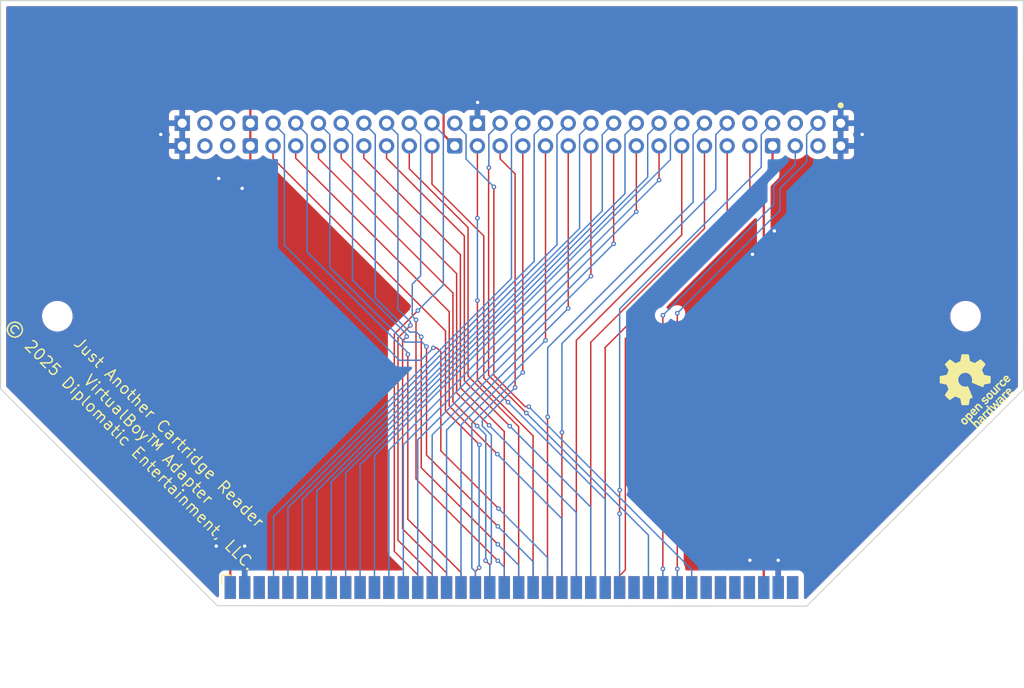
<source format=kicad_pcb>
(kicad_pcb (version 20241229) (generator "pcbnew") (generator_version "9.0")
  (title_block (title "VirutalBoy Adapter - Just Another Cartridge Reader") (date "2025-10-22") (company "Diplomatic Entertainment, LLC.") (comment 1 "CC BY 4.0"))
  (layers (0 "F.Cu" signal) (2 "B.Cu" signal) (13 "F.Paste" user) (15 "B.Paste" user) (5 "F.SilkS" user "F.Silkscreen") (7 "B.SilkS" user "B.Silkscreen") (1 "F.Mask" user) (3 "B.Mask" user) (25 "Edge.Cuts" user))
  (net 0 "")
  (net 1 "D17")
  (net 2 "D25")
  (net 3 "+5V")
  (net 4 "D8")
  (net 5 "A7")
  (net 6 "D31")
  (net 7 "GND")
  (net 8 "A9")
  (net 10 "A8")
  (net 11 "A15")
  (net 12 "D36")
  (net 13 "D44")
  (net 14 "A6")
  (net 16 "D34")
  (net 18 "A2")
  (net 19 "D26")
  (net 20 "D28")
  (net 21 "D46")
  (net 22 "D48")
  (net 24 "A14")
  (net 25 "D23")
  (net 27 "D29")
  (net 28 "D47")
  (net 29 "D9")
  (net 30 "D33")
  (net 31 "D30")
  (net 32 "D24")
  (net 33 "D32")
  (net 34 "D43")
  (net 35 "A3")
  (net 36 "A0")
  (net 37 "D7")
  (net 38 "A1")
  (net 39 "D49")
  (net 40 "D35")
  (net 41 "D6")
  (net 42 "A5")
  (net 43 "A4")
  (net 45 "D45")
  (net 46 "A10")
  (net 47 "D37")
  (net 48 "D22")
  (net 49 "D27")
  (net 50 "A11")
  (net 51 "A13")
  (net 52 "A12")
  (footprint "Nintendo:VirtualBoy 60PIN 2mm THT" (layer "F.Cu") (at 150 85 -90)
    (property "Reference" "J1" (hide yes))
    (property "Value" "VirutalBoy Cartridge Slot")
    (pad "1" thru_hole rect (at -1 -29 270) (size 1.35 1.35) (drill 0.8) (layers "*.Cu" "*.Mask") (net 7 "GND"))
    (pad "2" thru_hole rect (at 1 -29 270) (size 1.35 1.35) (drill 0.8) (layers "*.Cu" "*.Mask") (net 7 "GND"))
    (pad "3" thru_hole circle (at -1 -27 270) (size 1.35 1.35) (drill 0.8) (layers "*.Cu" "*.Mask") (net 4 "D8"))
    (pad "4" thru_hole circle (at 1 -27 270) (size 1.35 1.35) (drill 0.8) (layers "*.Cu" "*.Mask"))
    (pad "5" thru_hole circle (at -1 -25 270) (size 1.35 1.35) (drill 0.8) (layers "*.Cu" "*.Mask"))
    (pad "6" thru_hole circle (at 1 -25 270) (size 1.35 1.35) (drill 0.8) (layers "*.Cu" "*.Mask") (net 37 "D7"))
    (pad "7" thru_hole circle (at -1 -23 270) (size 1.35 1.35) (drill 0.8) (layers "*.Cu" "*.Mask") (net 1 "D17"))
    (pad "8" thru_hole roundrect (at 1 -23 270) (size 1.35 1.35) (drill 0.8) (layers "*.Cu" "*.Mask") (roundrect_rratio 0.1851851852) (net 3 "+5V"))
    (pad "9" thru_hole circle (at -1 -21 270) (size 1.35 1.35) (drill 0.8) (layers "*.Cu" "*.Mask"))
    (pad "10" thru_hole circle (at 1 -21 270) (size 1.35 1.35) (drill 0.8) (layers "*.Cu" "*.Mask") (net 34 "D43"))
    (pad "11" thru_hole circle (at -1 -19 270) (size 1.35 1.35) (drill 0.8) (layers "*.Cu" "*.Mask") (net 28 "D47"))
    (pad "12" thru_hole circle (at 1 -19 270) (size 1.35 1.35) (drill 0.8) (layers "*.Cu" "*.Mask") (net 13 "D44"))
    (pad "13" thru_hole circle (at -1 -17 270) (size 1.35 1.35) (drill 0.8) (layers "*.Cu" "*.Mask") (net 22 "D48"))
    (pad "14" thru_hole circle (at 1 -17 270) (size 1.35 1.35) (drill 0.8) (layers "*.Cu" "*.Mask") (net 45 "D45"))
    (pad "15" thru_hole circle (at -1 -15 270) (size 1.35 1.35) (drill 0.8) (layers "*.Cu" "*.Mask") (net 5 "A7"))
    (pad "16" thru_hole circle (at 1 -15 270) (size 1.35 1.35) (drill 0.8) (layers "*.Cu" "*.Mask") (net 21 "D46"))
    (pad "17" thru_hole circle (at -1 -13 270) (size 1.35 1.35) (drill 0.8) (layers "*.Cu" "*.Mask") (net 14 "A6"))
    (pad "18" thru_hole circle (at 1 -13 270) (size 1.35 1.35) (drill 0.8) (layers "*.Cu" "*.Mask") (net 10 "A8"))
    (pad "19" thru_hole circle (at -1 -11 270) (size 1.35 1.35) (drill 0.8) (layers "*.Cu" "*.Mask") (net 42 "A5"))
    (pad "20" thru_hole circle (at 1 -11 270) (size 1.35 1.35) (drill 0.8) (layers "*.Cu" "*.Mask") (net 8 "A9"))
    (pad "21" thru_hole circle (at -1 -9 270) (size 1.35 1.35) (drill 0.8) (layers "*.Cu" "*.Mask") (net 43 "A4"))
    (pad "22" thru_hole circle (at 1 -9 270) (size 1.35 1.35) (drill 0.8) (layers "*.Cu" "*.Mask") (net 46 "A10"))
    (pad "23" thru_hole circle (at -1 -7 270) (size 1.35 1.35) (drill 0.8) (layers "*.Cu" "*.Mask") (net 35 "A3"))
    (pad "24" thru_hole circle (at 1 -7 270) (size 1.35 1.35) (drill 0.8) (layers "*.Cu" "*.Mask") (net 50 "A11"))
    (pad "25" thru_hole circle (at -1 -5 270) (size 1.35 1.35) (drill 0.8) (layers "*.Cu" "*.Mask") (net 18 "A2"))
    (pad "26" thru_hole circle (at 1 -5 270) (size 1.35 1.35) (drill 0.8) (layers "*.Cu" "*.Mask") (net 52 "A12"))
    (pad "27" thru_hole circle (at -1 -3 270) (size 1.35 1.35) (drill 0.8) (layers "*.Cu" "*.Mask") (net 38 "A1"))
    (pad "28" thru_hole circle (at 1 -3 270) (size 1.35 1.35) (drill 0.8) (layers "*.Cu" "*.Mask") (net 51 "A13"))
    (pad "29" thru_hole circle (at -1 -1 270) (size 1.35 1.35) (drill 0.8) (layers "*.Cu" "*.Mask") (net 36 "A0"))
    (pad "30" thru_hole circle (at 1 -1 270) (size 1.35 1.35) (drill 0.8) (layers "*.Cu" "*.Mask") (net 24 "A14"))
    (pad "31" thru_hole circle (at -1 1 270) (size 1.35 1.35) (drill 0.8) (layers "*.Cu" "*.Mask") (net 41 "D6"))
    (pad "32" thru_hole circle (at 1 1 270) (size 1.35 1.35) (drill 0.8) (layers "*.Cu" "*.Mask") (net 11 "A15"))
    (pad "33" thru_hole rect (at -1 3 270) (size 1.35 1.35) (drill 0.8) (layers "*.Cu" "*.Mask") (net 7 "GND"))
    (pad "34" thru_hole circle (at 1 3 270) (size 1.35 1.35) (drill 0.8) (layers "*.Cu" "*.Mask") (net 39 "D49"))
    (pad "35" thru_hole circle (at -1 5 270) (size 1.35 1.35) (drill 0.8) (layers "*.Cu" "*.Mask") (net 29 "D9"))
    (pad "36" thru_hole roundrect (at 1 5 270) (size 1.35 1.35) (drill 0.8) (layers "*.Cu" "*.Mask") (roundrect_rratio 0.1851851852) (net 3 "+5V"))
    (pad "37" thru_hole circle (at -1 7 270) (size 1.35 1.35) (drill 0.8) (layers "*.Cu" "*.Mask") (net 48 "D22"))
    (pad "38" thru_hole circle (at 1 7 270) (size 1.35 1.35) (drill 0.8) (layers "*.Cu" "*.Mask") (net 31 "D30"))
    (pad "39" thru_hole circle (at -1 9 270) (size 1.35 1.35) (drill 0.8) (layers "*.Cu" "*.Mask") (net 47 "D37"))
    (pad "40" thru_hole circle (at 1 9 270) (size 1.35 1.35) (drill 0.8) (layers "*.Cu" "*.Mask") (net 27 "D29"))
    (pad "41" thru_hole circle (at -1 11 270) (size 1.35 1.35) (drill 0.8) (layers "*.Cu" "*.Mask") (net 25 "D23"))
    (pad "42" thru_hole circle (at 1 11 270) (size 1.35 1.35) (drill 0.8) (layers "*.Cu" "*.Mask") (net 6 "D31"))
    (pad "43" thru_hole circle (at -1 13 270) (size 1.35 1.35) (drill 0.8) (layers "*.Cu" "*.Mask") (net 12 "D36"))
    (pad "44" thru_hole circle (at 1 13 270) (size 1.35 1.35) (drill 0.8) (layers "*.Cu" "*.Mask") (net 20 "D28"))
    (pad "45" thru_hole circle (at -1 15 270) (size 1.35 1.35) (drill 0.8) (layers "*.Cu" "*.Mask") (net 32 "D24"))
    (pad "46" thru_hole circle (at 1 15 270) (size 1.35 1.35) (drill 0.8) (layers "*.Cu" "*.Mask") (net 33 "D32"))
    (pad "47" thru_hole circle (at -1 17 270) (size 1.35 1.35) (drill 0.8) (layers "*.Cu" "*.Mask") (net 40 "D35"))
    (pad "48" thru_hole circle (at 1 17 270) (size 1.35 1.35) (drill 0.8) (layers "*.Cu" "*.Mask") (net 49 "D27"))
    (pad "49" thru_hole circle (at -1 19 270) (size 1.35 1.35) (drill 0.8) (layers "*.Cu" "*.Mask") (net 2 "D25"))
    (pad "50" thru_hole circle (at 1 19 270) (size 1.35 1.35) (drill 0.8) (layers "*.Cu" "*.Mask") (net 30 "D33"))
    (pad "51" thru_hole circle (at -1 21 270) (size 1.35 1.35) (drill 0.8) (layers "*.Cu" "*.Mask") (net 16 "D34"))
    (pad "52" thru_hole circle (at 1 21 270) (size 1.35 1.35) (drill 0.8) (layers "*.Cu" "*.Mask") (net 19 "D26"))
    (pad "53" thru_hole roundrect (at -1 23 270) (size 1.35 1.35) (drill 0.8) (layers "*.Cu" "*.Mask") (roundrect_rratio 0.1851851852) (net 3 "+5V"))
    (pad "54" thru_hole roundrect (at 1 23 270) (size 1.35 1.35) (drill 0.8) (layers "*.Cu" "*.Mask") (roundrect_rratio 0.1851851852) (net 3 "+5V"))
    (pad "55" thru_hole circle (at -1 25 270) (size 1.35 1.35) (drill 0.8) (layers "*.Cu" "*.Mask"))
    (pad "56" thru_hole circle (at 1 25 270) (size 1.35 1.35) (drill 0.8) (layers "*.Cu" "*.Mask"))
    (pad "57" thru_hole circle (at -1 27 270) (size 1.35 1.35) (drill 0.8) (layers "*.Cu" "*.Mask"))
    (pad "58" thru_hole circle (at 1 27 270) (size 1.35 1.35) (drill 0.8) (layers "*.Cu" "*.Mask"))
    (pad "59" thru_hole rect (at -1 29 270) (size 1.35 1.35) (drill 0.8) (layers "*.Cu" "*.Mask") (net 7 "GND"))
    (pad "60" thru_hole rect (at 1 29 270) (size 1.35 1.35) (drill 0.8) (layers "*.Cu" "*.Mask") (net 7 "GND"))
  )
  (footprint "MountingHole:MountingHole_2.2mm_M2_ISO7380" (layer "F.Cu") (at 190 101)
    (property "Reference" "REF**" (hide yes))
    (property "Value" "MountingHole_2.2mm_M2_ISO7380" (hide yes))
    (pad "" np_thru_hole circle (at 0 0) (size 2.2 2.2) (drill 2.2) (layers "*.Cu" "*.Mask"))
  )
  (footprint "Symbol:OSHW-Logo_5.7x6mm_SilkScreen" (layer "F.Cu") (at 190.512884 107.151566 45)
    (property "Reference" "REF**" (hide yes))
    (property "Value" "OSHW-Logo_5.7x6mm_SilkScreen" (hide yes))
  )
  (footprint "DiplomaticEntertainment:JACR Cartridge Connector" (layer "F.Cu") (at 150 122.9)
    (property "Reference" "J2" (hide yes))
    (property "Value" "JACR CARTRIDGE ADAPTER")
    (pad "1" smd rect (at -24.765 2 90) (size 2 1) (layers "F.Cu" "F.Mask" "F.Paste") (net 3 "+5V"))
    (pad "2" smd rect (at -24.765 2 90) (size 2 1) (layers "B.Cu" "B.Mask" "B.Paste") (net 3 "+5V"))
    (pad "3" smd rect (at -23.495 2 90) (size 2 1) (layers "F.Cu" "F.Mask" "F.Paste") (net 7 "GND"))
    (pad "4" smd rect (at -23.495 2 90) (size 2 1) (layers "B.Cu" "B.Mask" "B.Paste") (net 7 "GND"))
    (pad "5" smd rect (at -22.225 2 90) (size 2 1) (layers "F.Cu" "F.Mask" "F.Paste"))
    (pad "6" smd rect (at -22.225 2 90) (size 2 1) (layers "B.Cu" "B.Mask" "B.Paste"))
    (pad "7" smd rect (at -20.955 2 90) (size 2 1) (layers "F.Cu" "F.Mask" "F.Paste"))
    (pad "8" smd rect (at -20.955 2 90) (size 2 1) (layers "B.Cu" "B.Mask" "B.Paste") (net 36 "A0"))
    (pad "9" smd rect (at -19.685 2 90) (size 2 1) (layers "F.Cu" "F.Mask" "F.Paste"))
    (pad "10" smd rect (at -19.685 2 90) (size 2 1) (layers "B.Cu" "B.Mask" "B.Paste") (net 38 "A1"))
    (pad "11" smd rect (at -18.415 2 90) (size 2 1) (layers "F.Cu" "F.Mask" "F.Paste"))
    (pad "12" smd rect (at -18.415 2 90) (size 2 1) (layers "B.Cu" "B.Mask" "B.Paste") (net 18 "A2"))
    (pad "13" smd rect (at -17.145 2 90) (size 2 1) (layers "F.Cu" "F.Mask" "F.Paste"))
    (pad "14" smd rect (at -17.145 2 90) (size 2 1) (layers "B.Cu" "B.Mask" "B.Paste") (net 35 "A3"))
    (pad "15" smd rect (at -15.875 2 90) (size 2 1) (layers "F.Cu" "F.Mask" "F.Paste"))
    (pad "16" smd rect (at -15.875 2 90) (size 2 1) (layers "B.Cu" "B.Mask" "B.Paste") (net 43 "A4"))
    (pad "17" smd rect (at -14.605 2 90) (size 2 1) (layers "F.Cu" "F.Mask" "F.Paste"))
    (pad "18" smd rect (at -14.605 2 90) (size 2 1) (layers "B.Cu" "B.Mask" "B.Paste") (net 42 "A5"))
    (pad "19" smd rect (at -13.335 2 90) (size 2 1) (layers "F.Cu" "F.Mask" "F.Paste"))
    (pad "20" smd rect (at -13.335 2 90) (size 2 1) (layers "B.Cu" "B.Mask" "B.Paste") (net 14 "A6"))
    (pad "21" smd rect (at -12.065 2 90) (size 2 1) (layers "F.Cu" "F.Mask" "F.Paste"))
    (pad "22" smd rect (at -12.065 2 90) (size 2 1) (layers "B.Cu" "B.Mask" "B.Paste") (net 5 "A7"))
    (pad "23" smd rect (at -10.795 2 90) (size 2 1) (layers "F.Cu" "F.Mask" "F.Paste"))
    (pad "24" smd rect (at -10.795 2 90) (size 2 1) (layers "B.Cu" "B.Mask" "B.Paste") (net 10 "A8"))
    (pad "25" smd rect (at -9.525 2 90) (size 2 1) (layers "F.Cu" "F.Mask" "F.Paste"))
    (pad "26" smd rect (at -9.525 2 90) (size 2 1) (layers "B.Cu" "B.Mask" "B.Paste") (net 8 "A9"))
    (pad "27" smd rect (at -8.255 2 90) (size 2 1) (layers "F.Cu" "F.Mask" "F.Paste") (net 48 "D22"))
    (pad "28" smd rect (at -8.255 2 90) (size 2 1) (layers "B.Cu" "B.Mask" "B.Paste") (net 46 "A10"))
    (pad "29" smd rect (at -6.985 2 90) (size 2 1) (layers "F.Cu" "F.Mask" "F.Paste") (net 25 "D23"))
    (pad "30" smd rect (at -6.985 2 90) (size 2 1) (layers "B.Cu" "B.Mask" "B.Paste") (net 50 "A11"))
    (pad "31" smd rect (at -5.715 2 90) (size 2 1) (layers "F.Cu" "F.Mask" "F.Paste") (net 32 "D24"))
    (pad "32" smd rect (at -5.715 2 90) (size 2 1) (layers "B.Cu" "B.Mask" "B.Paste") (net 52 "A12"))
    (pad "33" smd rect (at -4.445 2 90) (size 2 1) (layers "F.Cu" "F.Mask" "F.Paste") (net 2 "D25"))
    (pad "34" smd rect (at -4.445 2 90) (size 2 1) (layers "B.Cu" "B.Mask" "B.Paste") (net 51 "A13"))
    (pad "35" smd rect (at -3.175 2 90) (size 2 1) (layers "F.Cu" "F.Mask" "F.Paste") (net 19 "D26"))
    (pad "36" smd rect (at -3.175 2 90) (size 2 1) (layers "B.Cu" "B.Mask" "B.Paste") (net 24 "A14"))
    (pad "37" smd rect (at -1.905 2 90) (size 2 1) (layers "F.Cu" "F.Mask" "F.Paste") (net 49 "D27"))
    (pad "38" smd rect (at -1.905 2 90) (size 2 1) (layers "B.Cu" "B.Mask" "B.Paste") (net 11 "A15"))
    (pad "39" smd rect (at -0.635 2 90) (size 2 1) (layers "F.Cu" "F.Mask" "F.Paste") (net 20 "D28"))
    (pad "40" smd rect (at -0.635 2 90) (size 2 1) (layers "B.Cu" "B.Mask" "B.Paste") (net 47 "D37"))
    (pad "41" smd rect (at 0.635 2 90) (size 2 1) (layers "F.Cu" "F.Mask" "F.Paste") (net 27 "D29"))
    (pad "42" smd rect (at 0.635 2 90) (size 2 1) (layers "B.Cu" "B.Mask" "B.Paste") (net 12 "D36"))
    (pad "43" smd rect (at 1.905 2 90) (size 2 1) (layers "F.Cu" "F.Mask" "F.Paste") (net 39 "D49"))
    (pad "44" smd rect (at 1.905 2 90) (size 2 1) (layers "B.Cu" "B.Mask" "B.Paste") (net 40 "D35"))
    (pad "45" smd rect (at 3.175 2 90) (size 2 1) (layers "F.Cu" "F.Mask" "F.Paste") (net 22 "D48"))
    (pad "46" smd rect (at 3.175 2 90) (size 2 1) (layers "B.Cu" "B.Mask" "B.Paste") (net 16 "D34"))
    (pad "47" smd rect (at 4.445 2 90) (size 2 1) (layers "F.Cu" "F.Mask" "F.Paste") (net 28 "D47"))
    (pad "48" smd rect (at 4.445 2 90) (size 2 1) (layers "B.Cu" "B.Mask" "B.Paste") (net 30 "D33"))
    (pad "49" smd rect (at 5.715 2 90) (size 2 1) (layers "F.Cu" "F.Mask" "F.Paste") (net 21 "D46"))
    (pad "50" smd rect (at 5.715 2 90) (size 2 1) (layers "B.Cu" "B.Mask" "B.Paste") (net 33 "D32"))
    (pad "51" smd rect (at 6.985 2 90) (size 2 1) (layers "F.Cu" "F.Mask" "F.Paste") (net 45 "D45"))
    (pad "52" smd rect (at 6.985 2 90) (size 2 1) (layers "B.Cu" "B.Mask" "B.Paste") (net 6 "D31"))
    (pad "53" smd rect (at 8.255 2 90) (size 2 1) (layers "F.Cu" "F.Mask" "F.Paste") (net 13 "D44"))
    (pad "54" smd rect (at 8.255 2 90) (size 2 1) (layers "B.Cu" "B.Mask" "B.Paste") (net 31 "D30"))
    (pad "55" smd rect (at 9.525 2 90) (size 2 1) (layers "F.Cu" "F.Mask" "F.Paste") (net 34 "D43"))
    (pad "56" smd rect (at 9.525 2 90) (size 2 1) (layers "B.Cu" "B.Mask" "B.Paste") (net 1 "D17"))
    (pad "57" smd rect (at 10.795 2 90) (size 2 1) (layers "F.Cu" "F.Mask" "F.Paste"))
    (pad "58" smd rect (at 10.795 2 90) (size 2 1) (layers "B.Cu" "B.Mask" "B.Paste"))
    (pad "59" smd rect (at 12.065 2 90) (size 2 1) (layers "F.Cu" "F.Mask" "F.Paste"))
    (pad "60" smd rect (at 12.065 2 90) (size 2 1) (layers "B.Cu" "B.Mask" "B.Paste") (net 41 "D6"))
    (pad "61" smd rect (at 13.335 2 90) (size 2 1) (layers "F.Cu" "F.Mask" "F.Paste"))
    (pad "62" smd rect (at 13.335 2 90) (size 2 1) (layers "B.Cu" "B.Mask" "B.Paste") (net 37 "D7"))
    (pad "63" smd rect (at 14.605 2 90) (size 2 1) (layers "F.Cu" "F.Mask" "F.Paste"))
    (pad "64" smd rect (at 14.605 2 90) (size 2 1) (layers "B.Cu" "B.Mask" "B.Paste") (net 4 "D8"))
    (pad "65" smd rect (at 15.875 2 90) (size 2 1) (layers "F.Cu" "F.Mask" "F.Paste"))
    (pad "66" smd rect (at 15.875 2 90) (size 2 1) (layers "B.Cu" "B.Mask" "B.Paste") (net 29 "D9"))
    (pad "67" smd rect (at 17.145 2 90) (size 2 1) (layers "F.Cu" "F.Mask" "F.Paste"))
    (pad "68" smd rect (at 17.145 2 90) (size 2 1) (layers "B.Cu" "B.Mask" "B.Paste"))
    (pad "69" smd rect (at 18.415 2 90) (size 2 1) (layers "F.Cu" "F.Mask" "F.Paste"))
    (pad "70" smd rect (at 18.415 2 90) (size 2 1) (layers "B.Cu" "B.Mask" "B.Paste"))
    (pad "71" smd rect (at 19.685 2 90) (size 2 1) (layers "F.Cu" "F.Mask" "F.Paste"))
    (pad "72" smd rect (at 19.685 2 90) (size 2 1) (layers "B.Cu" "B.Mask" "B.Paste"))
    (pad "73" smd rect (at 20.955 2 90) (size 2 1) (layers "F.Cu" "F.Mask" "F.Paste"))
    (pad "74" smd rect (at 20.955 2 90) (size 2 1) (layers "B.Cu" "B.Mask" "B.Paste"))
    (pad "75" smd rect (at 22.225 2 90) (size 2 1) (layers "F.Cu" "F.Mask" "F.Paste") (net 3 "+5V"))
    (pad "76" smd rect (at 22.225 2 90) (size 2 1) (layers "B.Cu" "B.Mask" "B.Paste"))
    (pad "77" smd rect (at 23.495 2 90) (size 2 1) (layers "F.Cu" "F.Mask" "F.Paste") (net 7 "GND"))
    (pad "78" smd rect (at 23.495 2 90) (size 2 1) (layers "B.Cu" "B.Mask" "B.Paste") (net 7 "GND"))
    (pad "79" smd rect (at 24.765 2 90) (size 2 1) (layers "F.Cu" "F.Mask" "F.Paste"))
    (pad "80" smd rect (at 24.765 2 90) (size 2 1) (layers "B.Cu" "B.Mask" "B.Paste"))
  )
  (footprint "MountingHole:MountingHole_2.2mm_M2_ISO7380" (layer "F.Cu") (at 110 101)
    (property "Reference" "REF**" (hide yes))
    (property "Value" "MountingHole_2.2mm_M2_ISO7380" (hide yes))
    (pad "" np_thru_hole circle (at 0 0) (size 2.2 2.2) (drill 2.2) (layers "*.Cu" "*.Mask"))
  )
  (gr_circle (center 179 82.43) (end 179.06 82.64) (stroke (width 0.1)) (fill yes) (layer "F.SilkS"))
  (gr_line (start 195.084863 73.197908) (end 195.104767 107.447683) (stroke (width 0.1)) (layer "Edge.Cuts"))
  (gr_line (start 124.091884 126.497611) (end 105.000001 107.405728) (stroke (width 0.1)) (layer "Edge.Cuts"))
  (gr_line (start 195.079999 73.2) (end 105.000001 73.2) (stroke (width 0.1)) (layer "Edge.Cuts"))
  (gr_line (start 176.012884 126.539566) (end 124.091884 126.497611) (stroke (width 0.1)) (layer "Edge.Cuts"))
  (gr_line (start 105.000001 73.2) (end 105.000001 107.405728) (stroke (width 0.1)) (layer "Edge.Cuts"))
  (gr_line (start 176.012884 126.539566) (end 195.104767 107.447683) (stroke (width 0.1)) (layer "Edge.Cuts"))
  (gr_text "VirtualBoy^{TM} Adapter" (at 112.11 106.76 315) (layer "F.SilkS") (effects (font (size 1 1) (thickness 0.125)) (justify left bottom)))
  (gr_text "Just Another Cartridge Reader" (at 111.264884 103.468566 315) (layer "F.SilkS") (effects (font (size 1 1) (thickness 0.125)) (justify left bottom)))
  (gr_text "© 2025 Diplomatic Entertainment, LLC." (at 105.168884 101.944566 315) (layer "F.SilkS") (effects (font (size 1 1) (thickness 0.125)) (justify left bottom)))
  (segment (start 159.534036 116.390963) (end 159.525 116.399999) (width 0.125) (layer "F.Cu") (net 1))
  (segment (start 159.525 116.399999) (end 159.525 118.395) (width 0.125) (layer "F.Cu") (net 1))
  (segment (start 159.534036 116.320963) (end 159.534036 116.390963) (width 0.125) (layer "F.Cu") (net 1))
  (via (at 159.534036 116.320963) (size 0.4) (drill 0.2) (layers "F.Cu" "B.Cu") (net 1))
  (via (at 159.525 118.395) (size 0.4) (drill 0.2) (layers "F.Cu" "B.Cu") (net 1))
  (segment (start 159.525 118.395) (end 159.525 125.2) (width 0.125) (layer "B.Cu") (net 1))
  (segment (start 159.534036 116.320963) (end 159.53 116.316927) (width 0.125) (layer "B.Cu") (net 1))
  (segment (start 159.53 100.35) (end 172 87.88) (width 0.125) (layer "B.Cu") (net 1))
  (segment (start 172 87.88) (end 172 85) (width 0.125) (layer "B.Cu") (net 1))
  (segment (start 159.53 116.316927) (end 159.53 100.35) (width 0.125) (layer "B.Cu") (net 1))
  (segment (start 172 85) (end 173 84) (width 0.125) (layer "B.Cu") (net 1))
  (segment (start 145.555 123.565) (end 145.555 125.2) (width 0.125) (layer "F.Cu") (net 2))
  (segment (start 140.8725 118.8825) (end 145.555 123.565) (width 0.125) (layer "F.Cu") (net 2))
  (segment (start 140.8725 104.36) (end 140.8725 118.8825) (width 0.125) (layer "F.Cu") (net 2))
  (via (at 140.8725 104.36) (size 0.4) (drill 0.2) (layers "F.Cu" "B.Cu") (net 2))
  (segment (start 140.8725 104.36) (end 140.8725 104.206574) (width 0.125) (layer "B.Cu") (net 2))
  (segment (start 140.8725 104.206574) (end 132 95.334074) (width 0.125) (layer "B.Cu") (net 2))
  (segment (start 132 85) (end 131 84) (width 0.125) (layer "B.Cu") (net 2))
  (segment (start 132 95.334074) (end 132 85) (width 0.125) (layer "B.Cu") (net 2))
  (segment (start 172.225 89.285) (end 173 88.51) (width 0.2) (layer "F.Cu") (net 3))
  (segment (start 127 87.55) (end 127 86) (width 0.2) (layer "F.Cu") (net 3))
  (segment (start 143.42 82.47) (end 144.024 83.074) (width 0.2) (layer "F.Cu") (net 3))
  (segment (start 144.024 85.024) (end 145 86) (width 0.2) (layer "F.Cu") (net 3))
  (segment (start 127.37 82.47) (end 143.42 82.47) (width 0.2) (layer "F.Cu") (net 3))
  (segment (start 127 84) (end 127 82.84) (width 0.2) (layer "F.Cu") (net 3))
  (segment (start 172.225 125.2) (end 172.225 89.285) (width 0.2) (layer "F.Cu") (net 3))
  (segment (start 125.235 125.2) (end 125.235 89.315) (width 0.2) (layer "F.Cu") (net 3))
  (segment (start 144.024 83.074) (end 144.024 85.024) (width 0.2) (layer "F.Cu") (net 3))
  (segment (start 173 88.51) (end 173 86) (width 0.2) (layer "F.Cu") (net 3))
  (segment (start 125.235 89.315) (end 127 87.55) (width 0.2) (layer "F.Cu") (net 3))
  (segment (start 127 86) (end 127 84) (width 0.2) (layer "F.Cu") (net 3))
  (segment (start 127 82.84) (end 127.37 82.47) (width 0.2) (layer "F.Cu") (net 3))
  (segment (start 164.605 100.735) (end 164.605 123.25) (width 0.125) (layer "F.Cu") (net 4))
  (via (at 164.605 100.735) (size 0.4) (drill 0.2) (layers "F.Cu" "B.Cu") (net 4))
  (via (at 164.605 123.25) (size 0.4) (drill 0.2) (layers "F.Cu" "B.Cu") (net 4))
  (segment (start 176 85) (end 177 84) (width 0.125) (layer "B.Cu") (net 4))
  (segment (start 173.65 89.75) (end 176 87.4) (width 0.125) (layer "B.Cu") (net 4))
  (segment (start 164.605 123.25) (end 164.605 125.2) (width 0.125) (layer "B.Cu") (net 4))
  (segment (start 173.65 91.69) (end 173.65 89.75) (width 0.125) (layer "B.Cu") (net 4))
  (segment (start 164.605 100.735) (end 173.65 91.69) (width 0.125) (layer "B.Cu") (net 4))
  (segment (start 176 87.4) (end 176 85) (width 0.125) (layer "B.Cu") (net 4))
  (segment (start 137.935 125.2) (end 137.935 113.275) (width 0.125) (layer "B.Cu") (net 5))
  (segment (start 164 85) (end 165 84) (width 0.125) (layer "B.Cu") (net 5))
  (segment (start 137.935 113.275) (end 164 87.21) (width 0.125) (layer "B.Cu") (net 5))
  (segment (start 164 87.21) (end 164 85) (width 0.125) (layer "B.Cu") (net 5))
  (segment (start 139 87.08) (end 139 86) (width 0.125) (layer "F.Cu") (net 6))
  (segment (start 145.85 106.67881) (end 145.85 93.93) (width 0.125) (layer "F.Cu") (net 6))
  (segment (start 149.854345 110.683155) (end 145.85 106.67881) (width 0.125) (layer "F.Cu") (net 6))
  (segment (start 145.85 93.93) (end 139 87.08) (width 0.125) (layer "F.Cu") (net 6))
  (via (at 149.854345 110.683155) (size 0.4) (drill 0.2) (layers "F.Cu" "B.Cu") (net 6))
  (segment (start 149.854345 110.683155) (end 156.985 117.81381) (width 0.125) (layer "B.Cu") (net 6))
  (segment (start 156.985 117.81381) (end 156.985 125.2) (width 0.125) (layer "B.Cu") (net 6))
  (via (at 126.28 89.74) (size 0.6) (drill 0.3) (layers "F.Cu" "B.Cu") (net 7))
  (via (at 171 122.5) (size 0.6) (drill 0.3) (layers "F.Cu" "B.Cu") (net 7))
  (via (at 124.21 88.87) (size 0.6) (drill 0.3) (layers "F.Cu" "B.Cu") (net 7))
  (via (at 173.5 122.5) (size 0.6) (drill 0.3) (layers "F.Cu" "B.Cu") (net 7))
  (via (at 171.23 95.55) (size 0.6) (drill 0.3) (layers "F.Cu" "B.Cu") (net 7))
  (via (at 173.16 93.49) (size 0.6) (drill 0.3) (layers "F.Cu" "B.Cu") (net 7))
  (via (at 119.11 84.99) (size 0.6) (drill 0.3) (layers "F.Cu" "B.Cu") (net 7))
  (via (at 180.89 84.99) (size 0.6) (drill 0.3) (layers "F.Cu" "B.Cu") (net 7))
  (via (at 126.5 121.25) (size 0.6) (drill 0.3) (layers "F.Cu" "B.Cu") (net 7))
  (via (at 147.02 82.17) (size 0.6) (drill 0.3) (layers "F.Cu" "B.Cu") (net 7))
  (via (at 124 121.25) (size 0.6) (drill 0.3) (layers "F.Cu" "B.Cu") (net 7))
  (segment (start 161 91.8) (end 161 86) (width 0.125) (layer "F.Cu") (net 8))
  (via (at 161 91.8) (size 0.4) (drill 0.2) (layers "F.Cu" "B.Cu") (net 8))
  (segment (start 140.475 112.325) (end 140.475 125.2) (width 0.125) (layer "B.Cu") (net 8))
  (segment (start 161 91.8) (end 140.475 112.325) (width 0.125) (layer "B.Cu") (net 8))
  (segment (start 163 89) (end 163 86) (width 0.125) (layer "F.Cu") (net 10))
  (segment (start 163.002748 89.002748) (end 163 89) (width 0.125) (layer "F.Cu") (net 10))
  (via (at 163.002748 89.002748) (size 0.4) (drill 0.2) (layers "F.Cu" "B.Cu") (net 10))
  (segment (start 163.002748 89.002748) (end 139.205 112.800496) (width 0.125) (layer "B.Cu") (net 10))
  (segment (start 139.205 112.800496) (end 139.205 125.2) (width 0.125) (layer "B.Cu") (net 10))
  (segment (start 150.322037 107.282037) (end 150.322037 88.462037) (width 0.125) (layer "F.Cu") (net 11))
  (segment (start 149 87.14) (end 149 86) (width 0.125) (layer "F.Cu") (net 11))
  (segment (start 150.322037 88.462037) (end 149 87.14) (width 0.125) (layer "F.Cu") (net 11))
  (via (at 150.322037 107.282037) (size 0.4) (drill 0.2) (layers "F.Cu" "B.Cu") (net 11))
  (segment (start 148.23 111.47) (end 148.23 122.78) (width 0.125) (layer "B.Cu") (net 11))
  (segment (start 148.064824 111.304824) (end 148.23 111.47) (width 0.125) (layer "B.Cu") (net 11))
  (segment (start 148.23 122.78) (end 148.095 122.915) (width 0.125) (layer "B.Cu") (net 11))
  (segment (start 148.064824 111.30129) (end 148.064824 111.304824) (width 0.125) (layer "B.Cu") (net 11))
  (segment (start 148.095 122.915) (end 148.095 125.2) (width 0.125) (layer "B.Cu") (net 11))
  (segment (start 150.322037 107.282037) (end 147.436 110.168074) (width 0.125) (layer "B.Cu") (net 11))
  (segment (start 147.436 110.672466) (end 148.064824 111.30129) (width 0.125) (layer "B.Cu") (net 11))
  (segment (start 147.436 110.168074) (end 147.436 110.672466) (width 0.125) (layer "B.Cu") (net 11))
  (segment (start 142.053537 103.488012) (end 142.053537 103.871988) (width 0.125) (layer "F.Cu") (net 12))
  (segment (start 142.054537 114.344537) (end 148.8 121.09) (width 0.125) (layer "F.Cu") (net 12))
  (segment (start 142.054537 102.8175) (end 142.054537 103.487012) (width 0.125) (layer "F.Cu") (net 12))
  (segment (start 142.053537 103.871988) (end 142.054537 103.872988) (width 0.125) (layer "F.Cu") (net 12))
  (segment (start 142.054537 103.487012) (end 142.053537 103.488012) (width 0.125) (layer "F.Cu") (net 12))
  (segment (start 142.054537 103.872988) (end 142.054537 114.344537) (width 0.125) (layer "F.Cu") (net 12))
  (via (at 148.8 121.09) (size 0.4) (drill 0.2) (layers "F.Cu" "B.Cu") (net 12))
  (via (at 142.054537 102.8175) (size 0.4) (drill 0.2) (layers "F.Cu" "B.Cu") (net 12))
  (segment (start 138 99.36) (end 138 85) (width 0.125) (layer "B.Cu") (net 12))
  (segment (start 141.04 102.4) (end 138 99.36) (width 0.125) (layer "B.Cu") (net 12))
  (segment (start 138 85) (end 137 84) (width 0.125) (layer "B.Cu") (net 12))
  (segment (start 148.8 121.09) (end 150.635 122.925) (width 0.125) (layer "B.Cu") (net 12))
  (segment (start 142.054537 102.8175) (end 141.637037 102.4) (width 0.125) (layer "B.Cu") (net 12))
  (segment (start 150.635 122.925) (end 150.635 125.2) (width 0.125) (layer "B.Cu") (net 12))
  (segment (start 141.637037 102.4) (end 141.04 102.4) (width 0.125) (layer "B.Cu") (net 12))
  (segment (start 169 93.01) (end 158.23 103.78) (width 0.125) (layer "F.Cu") (net 13))
  (segment (start 158.23 103.78) (end 158.255 103.805) (width 0.125) (layer "F.Cu") (net 13))
  (segment (start 169 86) (end 169 93.01) (width 0.125) (layer "F.Cu") (net 13))
  (segment (start 158.255 103.805) (end 158.255 125.2) (width 0.125) (layer "F.Cu") (net 13))
  (segment (start 136.665 125.2) (end 136.665 114.083966) (width 0.125) (layer "B.Cu") (net 14))
  (segment (start 162 88.748966) (end 162 85) (width 0.125) (layer "B.Cu") (net 14))
  (segment (start 162 85) (end 163 84) (width 0.125) (layer "B.Cu") (net 14))
  (segment (start 136.665 114.083966) (end 162 88.748966) (width 0.125) (layer "B.Cu") (net 14))
  (segment (start 143.78 112.86) (end 143.78 104.14) (width 0.125) (layer "F.Cu") (net 16))
  (segment (start 148.86 117.94) (end 143.78 112.86) (width 0.125) (layer "F.Cu") (net 16))
  (segment (start 143.78 104.14) (end 143.43 103.79) (width 0.125) (layer "F.Cu") (net 16))
  (segment (start 143.43 103.79) (end 143.12 103.79) (width 0.125) (layer "F.Cu") (net 16))
  (via (at 143.12 103.79) (size 0.4) (drill 0.2) (layers "F.Cu" "B.Cu") (net 16))
  (via (at 148.86 117.94) (size 0.4) (drill 0.2) (layers "F.Cu" "B.Cu") (net 16))
  (segment (start 148.86 117.94) (end 153.175 122.255) (width 0.125) (layer "B.Cu") (net 16))
  (segment (start 153.175 122.255) (end 153.175 125.2) (width 0.125) (layer "B.Cu") (net 16))
  (segment (start 140.13 104.88) (end 130 94.75) (width 0.125) (layer "B.Cu") (net 16))
  (segment (start 130 85) (end 129 84) (width 0.125) (layer "B.Cu") (net 16))
  (segment (start 142.03 104.88) (end 140.13 104.88) (width 0.125) (layer "B.Cu") (net 16))
  (segment (start 143.12 103.79) (end 142.03 104.88) (width 0.125) (layer "B.Cu") (net 16))
  (segment (start 130 94.75) (end 130 85) (width 0.125) (layer "B.Cu") (net 16))
  (segment (start 154.01 94.7) (end 154.01 84.99) (width 0.125) (layer "B.Cu") (net 18))
  (segment (start 154.01 84.99) (end 155 84) (width 0.125) (layer "B.Cu") (net 18))
  (segment (start 131.585 117.125) (end 154.01 94.7) (width 0.125) (layer "B.Cu") (net 18))
  (segment (start 131.585 125.2) (end 131.585 117.125) (width 0.125) (layer "B.Cu") (net 18))
  (segment (start 144.19 109.33) (end 144.19 102.29) (width 0.125) (layer "F.Cu") (net 19))
  (segment (start 146.825 123.475) (end 146.825 125.2) (width 0.125) (layer "F.Cu") (net 19))
  (segment (start 129 87.1) (end 129 86) (width 0.125) (layer "F.Cu") (net 19))
  (segment (start 147.15 123.15) (end 146.825 123.475) (width 0.125) (layer "F.Cu") (net 19))
  (segment (start 147.18 112.32) (end 144.19 109.33) (width 0.125) (layer "F.Cu") (net 19))
  (segment (start 144.19 102.29) (end 129 87.1) (width 0.125) (layer "F.Cu") (net 19))
  (via (at 147.18 112.32) (size 0.4) (drill 0.2) (layers "F.Cu" "B.Cu") (net 19))
  (via (at 147.15 123.15) (size 0.4) (drill 0.2) (layers "F.Cu" "B.Cu") (net 19))
  (segment (start 147.15 123.15) (end 147.15 112.35) (width 0.125) (layer "B.Cu") (net 19))
  (segment (start 147.15 112.35) (end 147.18 112.32) (width 0.125) (layer "B.Cu") (net 19))
  (segment (start 137 87.08) (end 145.5 95.58) (width 0.125) (layer "F.Cu") (net 20))
  (segment (start 149.365 111.155) (end 149.365 125.2) (width 0.125) (layer "F.Cu") (net 20))
  (segment (start 145.5 95.58) (end 145.5 107.29) (width 0.125) (layer "F.Cu") (net 20))
  (segment (start 137 86) (end 137 87.08) (width 0.125) (layer "F.Cu") (net 20))
  (segment (start 145.5 107.29) (end 149.365 111.155) (width 0.125) (layer "F.Cu") (net 20))
  (segment (start 165 86) (end 165 93.84) (width 0.125) (layer "F.Cu") (net 21))
  (segment (start 155.715 103.125) (end 155.715 125.2) (width 0.125) (layer "F.Cu") (net 21))
  (segment (start 165 93.84) (end 155.715 103.125) (width 0.125) (layer "F.Cu") (net 21))
  (segment (start 153.19 109.87) (end 153.175 109.885) (width 0.125) (layer "F.Cu") (net 22))
  (segment (start 153.175 109.885) (end 153.175 125.2) (width 0.125) (layer "F.Cu") (net 22))
  (via (at 153.19 109.87) (size 0.4) (drill 0.2) (layers "F.Cu" "B.Cu") (net 22))
  (segment (start 166 90.96) (end 166 85) (width 0.125) (layer "B.Cu") (net 22))
  (segment (start 153.19 103.77) (end 166 90.96) (width 0.125) (layer "B.Cu") (net 22))
  (segment (start 153.19 109.87) (end 153.19 103.77) (width 0.125) (layer "B.Cu") (net 22))
  (segment (start 166 85) (end 167 84) (width 0.125) (layer "B.Cu") (net 22))
  (segment (start 151 105.95) (end 151 86) (width 0.125) (layer "F.Cu") (net 24))
  (via (at 151 105.95) (size 0.4) (drill 0.2) (layers "F.Cu" "B.Cu") (net 24))
  (segment (start 146.825 125.2) (end 146.825 123.505) (width 0.125) (layer "B.Cu") (net 24))
  (segment (start 146.51 110.44) (end 151 105.95) (width 0.125) (layer "B.Cu") (net 24))
  (segment (start 146.825 123.505) (end 146.51 123.19) (width 0.125) (layer "B.Cu") (net 24))
  (segment (start 146.51 123.19) (end 146.51 110.44) (width 0.125) (layer "B.Cu") (net 24))
  (segment (start 140.006 120.736) (end 143.015 123.745) (width 0.125) (layer "F.Cu") (net 25))
  (segment (start 141.104074 101.81) (end 140.006 102.908074) (width 0.125) (layer "F.Cu") (net 25))
  (segment (start 140.006 102.908074) (end 140.006 120.736) (width 0.125) (layer "F.Cu") (net 25))
  (segment (start 143.015 123.745) (end 143.015 125.2) (width 0.125) (layer "F.Cu") (net 25))
  (via (at 141.104074 101.81) (size 0.4) (drill 0.2) (layers "F.Cu" "B.Cu") (net 25))
  (segment (start 141.104074 101.494074) (end 139.998201 100.388201) (width 0.125) (layer "B.Cu") (net 25))
  (segment (start 139.998201 100.388201) (end 139.998201 84.998201) (width 0.125) (layer "B.Cu") (net 25))
  (segment (start 141.104074 101.81) (end 141.104074 101.494074) (width 0.125) (layer "B.Cu") (net 25))
  (segment (start 139.998201 84.998201) (end 139 84) (width 0.125) (layer "B.Cu") (net 25))
  (segment (start 150.635 110.735) (end 150.635 125.2) (width 0.125) (layer "F.Cu") (net 27))
  (segment (start 141 86) (end 141 88.01) (width 0.125) (layer "F.Cu") (net 27))
  (segment (start 146.176 106.276) (end 150.635 110.735) (width 0.125) (layer "F.Cu") (net 27))
  (segment (start 141 88.01) (end 146.176 93.186) (width 0.125) (layer "F.Cu") (net 27))
  (segment (start 146.176 93.186) (end 146.176 106.276) (width 0.125) (layer "F.Cu") (net 27))
  (segment (start 154.445 111.235) (end 154.445 125.2) (width 0.125) (layer "F.Cu") (net 28))
  (segment (start 154.446537 111.233463) (end 154.445 111.235) (width 0.125) (layer "F.Cu") (net 28))
  (via (at 154.446537 111.233463) (size 0.4) (drill 0.2) (layers "F.Cu" "B.Cu") (net 28))
  (segment (start 168 89.85) (end 168 85) (width 0.125) (layer "B.Cu") (net 28))
  (segment (start 168 85) (end 169 84) (width 0.125) (layer "B.Cu") (net 28))
  (segment (start 154.446537 103.403463) (end 168 89.85) (width 0.125) (layer "B.Cu") (net 28))
  (segment (start 154.446537 111.233463) (end 154.446537 103.403463) (width 0.125) (layer "B.Cu") (net 28))
  (segment (start 151.212767 108.967659) (end 148.45 106.204892) (width 0.125) (layer "F.Cu") (net 29))
  (segment (start 148.45 106.204892) (end 148.45 89.61) (width 0.125) (layer "F.Cu") (net 29))
  (segment (start 151.526658 108.967659) (end 151.212767 108.967659) (width 0.125) (layer "F.Cu") (net 29))
  (via (at 148.45 89.61) (size 0.4) (drill 0.2) (layers "F.Cu" "B.Cu") (net 29))
  (via (at 151.526658 108.967659) (size 0.4) (drill 0.2) (layers "F.Cu" "B.Cu") (net 29))
  (segment (start 151.526658 108.967659) (end 165.875 123.316001) (width 0.125) (layer "B.Cu") (net 29))
  (segment (start 165.875 123.316001) (end 165.875 125.2) (width 0.125) (layer "B.Cu") (net 29))
  (segment (start 146 87.16) (end 148.45 89.61) (width 0.125) (layer "B.Cu") (net 29))
  (segment (start 146 85) (end 146 87.16) (width 0.125) (layer "B.Cu") (net 29))
  (segment (start 145 84) (end 146 85) (width 0.125) (layer "B.Cu") (net 29))
  (segment (start 131 87.08) (end 131 86) (width 0.125) (layer "F.Cu") (net 30))
  (segment (start 148.7575 113.1475) (end 144.52 108.91) (width 0.125) (layer "F.Cu") (net 30))
  (segment (start 144.52 108.91) (end 144.52 100.6) (width 0.125) (layer "F.Cu") (net 30))
  (segment (start 144.52 100.6) (end 131 87.08) (width 0.125) (layer "F.Cu") (net 30))
  (via (at 148.7575 113.1475) (size 0.4) (drill 0.2) (layers "F.Cu" "B.Cu") (net 30))
  (segment (start 148.7575 113.1475) (end 154.445 118.835) (width 0.125) (layer "B.Cu") (net 30))
  (segment (start 154.445 118.835) (end 154.445 125.2) (width 0.125) (layer "B.Cu") (net 30))
  (segment (start 143 89.37) (end 143 86) (width 0.125) (layer "F.Cu") (net 31))
  (segment (start 147.5635 106.4335) (end 147.5635 93.9335) (width 0.125) (layer "F.Cu") (net 31))
  (segment (start 149.694074 108.564074) (end 147.5635 106.4335) (width 0.125) (layer "F.Cu") (net 31))
  (segment (start 147.5635 93.9335) (end 143 89.37) (width 0.125) (layer "F.Cu") (net 31))
  (via (at 149.694074 108.564074) (size 0.4) (drill 0.2) (layers "F.Cu" "B.Cu") (net 31))
  (segment (start 149.694074 108.564074) (end 158.255 117.125) (width 0.125) (layer "B.Cu") (net 31))
  (segment (start 158.255 117.125) (end 158.255 125.2) (width 0.125) (layer "B.Cu") (net 31))
  (segment (start 140.41 119.73) (end 144.285 123.605) (width 0.125) (layer "F.Cu") (net 32))
  (segment (start 140.773583 102.794565) (end 140.41 103.158148) (width 0.125) (layer "F.Cu") (net 32))
  (segment (start 144.285 123.605) (end 144.285 125.2) (width 0.125) (layer "F.Cu") (net 32))
  (segment (start 140.41 103.158148) (end 140.41 119.73) (width 0.125) (layer "F.Cu") (net 32))
  (via (at 140.773583 102.794565) (size 0.4) (drill 0.2) (layers "F.Cu" "B.Cu") (net 32))
  (segment (start 140.773583 102.593583) (end 136 97.82) (width 0.125) (layer "B.Cu") (net 32))
  (segment (start 140.773583 102.794565) (end 140.773583 102.593583) (width 0.125) (layer "B.Cu") (net 32))
  (segment (start 136 85) (end 135 84) (width 0.125) (layer "B.Cu") (net 32))
  (segment (start 136 97.82) (end 136 85) (width 0.125) (layer "B.Cu") (net 32))
  (segment (start 135 87.08) (end 135 86) (width 0.125) (layer "F.Cu") (net 33))
  (segment (start 145.172 97.252) (end 135 87.08) (width 0.125) (layer "F.Cu") (net 33))
  (segment (start 148.029131 110.611523) (end 145.172 107.754392) (width 0.125) (layer "F.Cu") (net 33))
  (segment (start 145.172 107.754392) (end 145.172 97.252) (width 0.125) (layer "F.Cu") (net 33))
  (via (at 148.029131 110.611523) (size 0.4) (drill 0.2) (layers "F.Cu" "B.Cu") (net 33))
  (segment (start 148.029131 110.611523) (end 155.715 118.297392) (width 0.125) (layer "B.Cu") (net 33))
  (segment (start 155.715 118.297392) (end 155.715 125.2) (width 0.125) (layer "B.Cu") (net 33))
  (segment (start 160.0315 102.9885) (end 160.0315 123.3485) (width 0.125) (layer "F.Cu") (net 34))
  (segment (start 159.525 123.855) (end 159.525 125.2) (width 0.125) (layer "F.Cu") (net 34))
  (segment (start 171 86) (end 171 92.02) (width 0.125) (layer "F.Cu") (net 34))
  (segment (start 171 92.02) (end 160.0315 102.9885) (width 0.125) (layer "F.Cu") (net 34))
  (segment (start 160.0315 123.3485) (end 159.525 123.855) (width 0.125) (layer "F.Cu") (net 34))
  (segment (start 132.855 116.405) (end 156 93.26) (width 0.125) (layer "B.Cu") (net 35))
  (segment (start 132.855 125.2) (end 132.855 116.405) (width 0.125) (layer "B.Cu") (net 35))
  (segment (start 156 93.26) (end 156 85) (width 0.125) (layer "B.Cu") (net 35))
  (segment (start 156 85) (end 157 84) (width 0.125) (layer "B.Cu") (net 35))
  (segment (start 129.045 125.2) (end 129.045 118.625) (width 0.125) (layer "B.Cu") (net 36))
  (segment (start 129.045 118.625) (end 150 97.67) (width 0.125) (layer "B.Cu") (net 36))
  (segment (start 150 85) (end 151 84) (width 0.125) (layer "B.Cu") (net 36))
  (segment (start 150 97.67) (end 150 85) (width 0.125) (layer "B.Cu") (net 36))
  (segment (start 163.34 100.92) (end 163.335 100.925) (width 0.125) (layer "F.Cu") (net 37))
  (segment (start 163.335 100.925) (end 163.335 123.25) (width 0.125) (layer "F.Cu") (net 37))
  (via (at 163.34 100.92) (size 0.4) (drill 0.2) (layers "F.Cu" "B.Cu") (net 37))
  (via (at 163.335 123.25) (size 0.4) (drill 0.2) (layers "F.Cu" "B.Cu") (net 37))
  (segment (start 163.34 100.92) (end 173.12 91.14) (width 0.125) (layer "B.Cu") (net 37))
  (segment (start 163.335 123.25) (end 163.335 125.2) (width 0.125) (layer "B.Cu") (net 37))
  (segment (start 175 87.63) (end 175 86) (width 0.125) (layer "B.Cu") (net 37))
  (segment (start 173.12 91.14) (end 173.12 89.51) (width 0.125) (layer "B.Cu") (net 37))
  (segment (start 173.12 89.51) (end 175 87.63) (width 0.125) (layer "B.Cu") (net 37))
  (segment (start 130.315 125.2) (end 130.315 117.855) (width 0.125) (layer "B.Cu") (net 38))
  (segment (start 152 96.17) (end 152 85) (width 0.125) (layer "B.Cu") (net 38))
  (segment (start 130.315 117.855) (end 152 96.17) (width 0.125) (layer "B.Cu") (net 38))
  (segment (start 152 85) (end 153 84) (width 0.125) (layer "B.Cu") (net 38))
  (segment (start 147 106.63) (end 151.905 111.535) (width 0.125) (layer "F.Cu") (net 39))
  (segment (start 151.905 111.535) (end 151.905 125.2) (width 0.125) (layer "F.Cu") (net 39))
  (segment (start 147 92.36) (end 147 86) (width 0.125) (layer "F.Cu") (net 39))
  (segment (start 147 99.62) (end 147 106.63) (width 0.125) (layer "F.Cu") (net 39))
  (via (at 147 92.36) (size 0.4) (drill 0.2) (layers "F.Cu" "B.Cu") (net 39))
  (via (at 147 99.62) (size 0.4) (drill 0.2) (layers "F.Cu" "B.Cu") (net 39))
  (segment (start 147 92.36) (end 147 99.62) (width 0.125) (layer "B.Cu") (net 39))
  (segment (start 142.517037 113.227037) (end 148.8 119.51) (width 0.125) (layer "F.Cu") (net 40))
  (segment (start 142.517037 103.68) (end 142.517037 113.227037) (width 0.125) (layer "F.Cu") (net 40))
  (via (at 142.517037 103.68) (size 0.4) (drill 0.2) (layers "F.Cu" "B.Cu") (net 40))
  (via (at 148.8 119.51) (size 0.4) (drill 0.2) (layers "F.Cu" "B.Cu") (net 40))
  (segment (start 142.117037 103.28) (end 140.6 103.28) (width 0.125) (layer "B.Cu") (net 40))
  (segment (start 151.905 122.615) (end 151.905 125.2) (width 0.125) (layer "B.Cu") (net 40))
  (segment (start 140.6 103.28) (end 134 96.68) (width 0.125) (layer "B.Cu") (net 40))
  (segment (start 134 85) (end 133 84) (width 0.125) (layer "B.Cu") (net 40))
  (segment (start 148.8 119.51) (end 151.905 122.615) (width 0.125) (layer "B.Cu") (net 40))
  (segment (start 134 96.68) (end 134 85) (width 0.125) (layer "B.Cu") (net 40))
  (segment (start 142.517037 103.68) (end 142.117037 103.28) (width 0.125) (layer "B.Cu") (net 40))
  (segment (start 147.9865 106.202426) (end 147.9865 87.9435) (width 0.125) (layer "F.Cu") (net 41))
  (segment (start 151.312037 109.527963) (end 147.9865 106.202426) (width 0.125) (layer "F.Cu") (net 41))
  (segment (start 147.9865 87.9435) (end 148.01 87.92) (width 0.125) (layer "F.Cu") (net 41))
  (via (at 151.312037 109.527963) (size 0.4) (drill 0.2) (layers "F.Cu" "B.Cu") (net 41))
  (via (at 148.01 87.92) (size 0.4) (drill 0.2) (layers "F.Cu" "B.Cu") (net 41))
  (segment (start 148.01 84.99) (end 149 84) (width 0.125) (layer "B.Cu") (net 41))
  (segment (start 151.312037 109.527963) (end 162.065 120.280926) (width 0.125) (layer "B.Cu") (net 41))
  (segment (start 162.065 120.280926) (end 162.065 125.2) (width 0.125) (layer "B.Cu") (net 41))
  (segment (start 148.01 87.92) (end 148.01 84.99) (width 0.125) (layer "B.Cu") (net 41))
  (segment (start 135.395 125.2) (end 135.395 114.805) (width 0.125) (layer "B.Cu") (net 42))
  (segment (start 160 90.2) (end 160 85) (width 0.125) (layer "B.Cu") (net 42))
  (segment (start 135.395 114.805) (end 160 90.2) (width 0.125) (layer "B.Cu") (net 42))
  (segment (start 160 85) (end 161 84) (width 0.125) (layer "B.Cu") (net 42))
  (segment (start 158 85) (end 159 84) (width 0.125) (layer "B.Cu") (net 43))
  (segment (start 134.125 115.595) (end 158 91.72) (width 0.125) (layer "B.Cu") (net 43))
  (segment (start 134.125 125.2) (end 134.125 115.595) (width 0.125) (layer "B.Cu") (net 43))
  (segment (start 158 91.72) (end 158 85) (width 0.125) (layer "B.Cu") (net 43))
  (segment (start 167 93.28) (end 156.985 103.295) (width 0.125) (layer "F.Cu") (net 45))
  (segment (start 167 86) (end 167 93.28) (width 0.125) (layer "F.Cu") (net 45))
  (segment (start 156.985 103.295) (end 156.985 125.2) (width 0.125) (layer "F.Cu") (net 45))
  (segment (start 159 94.63) (end 159 86) (width 0.125) (layer "F.Cu") (net 46))
  (via (at 159 94.63) (size 0.4) (drill 0.2) (layers "F.Cu" "B.Cu") (net 46))
  (segment (start 141.745 111.885) (end 141.745 125.2) (width 0.125) (layer "B.Cu") (net 46))
  (segment (start 159 94.63) (end 141.745 111.885) (width 0.125) (layer "B.Cu") (net 46))
  (segment (start 141.592037 101.322037) (end 141.592037 115.332037) (width 0.125) (layer "F.Cu") (net 47))
  (segment (start 141.592037 115.332037) (end 148.8 122.54) (width 0.125) (layer "F.Cu") (net 47))
  (via (at 141.592037 101.322037) (size 0.4) (drill 0.2) (layers "F.Cu" "B.Cu") (net 47))
  (via (at 148.8 122.54) (size 0.4) (drill 0.2) (layers "F.Cu" "B.Cu") (net 47))
  (segment (start 141.26 98.173) (end 142 97.433) (width 0.125) (layer "B.Cu") (net 47))
  (segment (start 148.8 122.54) (end 149.365 123.105) (width 0.125) (layer "B.Cu") (net 47))
  (segment (start 149.365 123.105) (end 149.365 125.2) (width 0.125) (layer "B.Cu") (net 47))
  (segment (start 142 85) (end 141 84) (width 0.125) (layer "B.Cu") (net 47))
  (segment (start 141.26 100.99) (end 141.26 98.173) (width 0.125) (layer "B.Cu") (net 47))
  (segment (start 141.592037 101.322037) (end 141.26 100.99) (width 0.125) (layer "B.Cu") (net 47))
  (segment (start 142 97.433) (end 142 85) (width 0.125) (layer "B.Cu") (net 47))
  (segment (start 141.752963 100.507037) (end 139.68 102.58) (width 0.125) (layer "F.Cu") (net 48))
  (segment (start 141.745 123.775) (end 141.745 125.2) (width 0.125) (layer "F.Cu") (net 48))
  (segment (start 139.68 121.71) (end 141.745 123.775) (width 0.125) (layer "F.Cu") (net 48))
  (segment (start 139.68 102.58) (end 139.68 121.71) (width 0.125) (layer "F.Cu") (net 48))
  (via (at 141.752963 100.507037) (size 0.4) (drill 0.2) (layers "F.Cu" "B.Cu") (net 48))
  (segment (start 144 85) (end 143 84) (width 0.125) (layer "B.Cu") (net 48))
  (segment (start 144 98.26) (end 144 85) (width 0.125) (layer "B.Cu") (net 48))
  (segment (start 141.752963 100.507037) (end 144 98.26) (width 0.125) (layer "B.Cu") (net 48))
  (segment (start 146.9725 110.67) (end 144.846 108.5435) (width 0.125) (layer "F.Cu") (net 49))
  (segment (start 133 87.11) (end 133 86) (width 0.125) (layer "F.Cu") (net 49))
  (segment (start 148.095 122.905) (end 148.095 125.2) (width 0.125) (layer "F.Cu") (net 49))
  (segment (start 144.846 98.956) (end 133 87.11) (width 0.125) (layer "F.Cu") (net 49))
  (segment (start 144.846 108.5435) (end 144.846 98.956) (width 0.125) (layer "F.Cu") (net 49))
  (segment (start 147.72 122.53) (end 148.095 122.905) (width 0.125) (layer "F.Cu") (net 49))
  (via (at 146.9725 110.67) (size 0.4) (drill 0.2) (layers "F.Cu" "B.Cu") (net 49))
  (via (at 147.72 122.53) (size 0.4) (drill 0.2) (layers "F.Cu" "B.Cu") (net 49))
  (segment (start 146.9725 110.67) (end 147.738824 111.436324) (width 0.125) (layer "B.Cu") (net 49))
  (segment (start 147.738824 122.511176) (end 147.72 122.53) (width 0.125) (layer "B.Cu") (net 49))
  (segment (start 147.738824 111.436324) (end 147.738824 122.511176) (width 0.125) (layer "B.Cu") (net 49))
  (segment (start 157 97.47) (end 157 86) (width 0.125) (layer "F.Cu") (net 50))
  (via (at 157 97.47) (size 0.4) (drill 0.2) (layers "F.Cu" "B.Cu") (net 50))
  (segment (start 143.015 111.455) (end 157 97.47) (width 0.125) (layer "B.Cu") (net 50))
  (segment (start 143.015 125.2) (end 143.015 111.455) (width 0.125) (layer "B.Cu") (net 50))
  (segment (start 153 103.13) (end 153 86) (width 0.125) (layer "F.Cu") (net 51))
  (via (at 153 103.13) (size 0.4) (drill 0.2) (layers "F.Cu" "B.Cu") (net 51))
  (segment (start 145.555 110.575) (end 153 103.13) (width 0.125) (layer "B.Cu") (net 51))
  (segment (start 145.555 125.2) (end 145.555 110.575) (width 0.125) (layer "B.Cu") (net 51))
  (segment (start 155 100.31) (end 155 86) (width 0.125) (layer "F.Cu") (net 52))
  (via (at 155 100.31) (size 0.4) (drill 0.2) (layers "F.Cu" "B.Cu") (net 52))
  (segment (start 144.285 111.025) (end 144.285 125.2) (width 0.125) (layer "B.Cu") (net 52))
  (segment (start 155 100.31) (end 144.285 111.025) (width 0.125) (layer "B.Cu") (net 52))
  (zone (net 7) (net_name "GND") (layers "F.Cu" "B.Cu") (connect_pads (clearance 0.5)) (min_thickness 0.25) (fill yes (thermal_gap 0.5) (thermal_bridge_width 0.5))
    (polygon (pts (xy 176.01 126.54) (xy 195.09 107.45) (xy 195.08 73.2) (xy 105 73.19) (xy 105 107.41) (xy 124.09 126.5)))
  )
)
</source>
